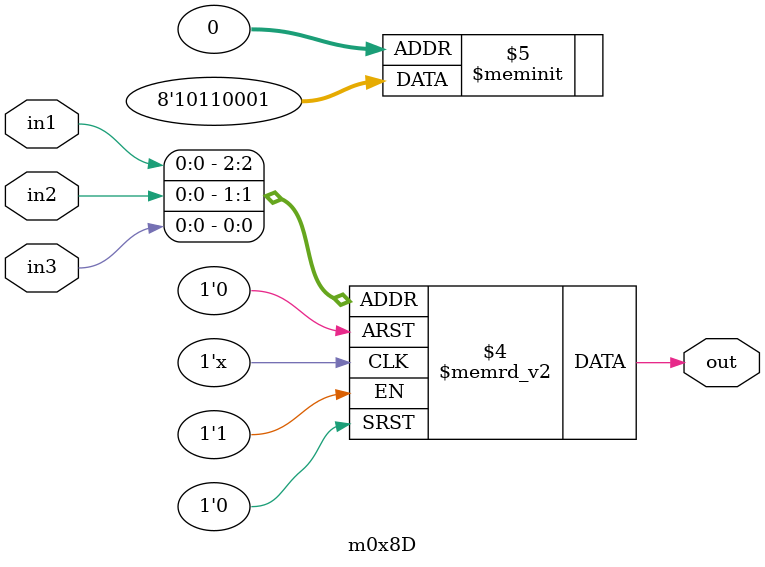
<source format=v>
module m0x8D(output out, input in1, in2, in3);

   always @(in1, in2, in3)
     begin
        case({in1, in2, in3})
          3'b000: {out} = 1'b1;
          3'b001: {out} = 1'b0;
          3'b010: {out} = 1'b0;
          3'b011: {out} = 1'b0;
          3'b100: {out} = 1'b1;
          3'b101: {out} = 1'b1;
          3'b110: {out} = 1'b0;
          3'b111: {out} = 1'b1;
        endcase // case ({in1, in2, in3})
     end // always @ (in1, in2, in3)

endmodule // m0x8D
</source>
